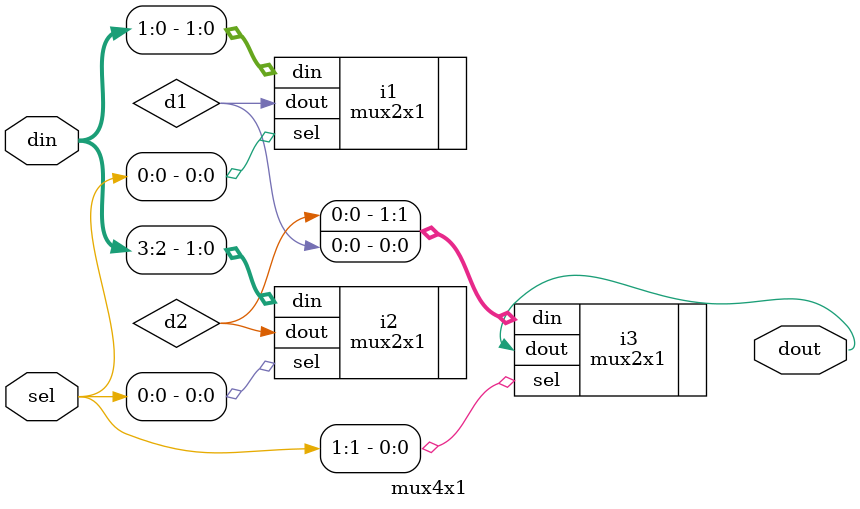
<source format=v>
`include "mux2x1.v"
module mux4x1(output dout,input [1:0] sel,input [3:0] din);
wire d1,d2;
mux2x1 i1(.dout(d1), .sel(sel[0]), .din(din[1:0]));
mux2x1 i2(.dout(d2), .sel(sel[0]), .din(din[3:2]));
mux2x1 i3(.dout(dout), .sel(sel[1]), .din({d2,d1}));
endmodule
</source>
